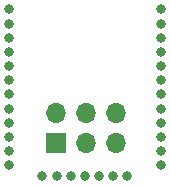
<source format=gbs>
%TF.GenerationSoftware,KiCad,Pcbnew,8.0.0*%
%TF.CreationDate,2024-03-20T21:34:19+01:00*%
%TF.ProjectId,BAT_SWD-Adapterboard,4241545f-5357-4442-9d41-646170746572,rev?*%
%TF.SameCoordinates,Original*%
%TF.FileFunction,Soldermask,Bot*%
%TF.FilePolarity,Negative*%
%FSLAX46Y46*%
G04 Gerber Fmt 4.6, Leading zero omitted, Abs format (unit mm)*
G04 Created by KiCad (PCBNEW 8.0.0) date 2024-03-20 21:34:19*
%MOMM*%
%LPD*%
G01*
G04 APERTURE LIST*
%ADD10R,1.700000X1.700000*%
%ADD11O,1.700000X1.700000*%
%ADD12C,0.800000*%
G04 APERTURE END LIST*
D10*
%TO.C,J1*%
X172275000Y-81875000D03*
D11*
X172275000Y-79335000D03*
X174815000Y-81875000D03*
X174815000Y-79335000D03*
X177355000Y-81875000D03*
X177355000Y-79335000D03*
%TD*%
D12*
%TO.C,J3*%
X181200000Y-70570200D03*
X181200000Y-71770200D03*
X181200000Y-72970200D03*
X181200000Y-74170200D03*
X181200000Y-75370200D03*
X181200000Y-76570200D03*
X181200000Y-77770200D03*
X181200000Y-78970200D03*
X181200000Y-80170200D03*
X181200000Y-81370200D03*
X181200000Y-82570200D03*
X181200000Y-83770200D03*
X178350000Y-84670200D03*
X177150000Y-84670200D03*
X175950000Y-84670200D03*
X174750000Y-84670200D03*
X173550000Y-84670200D03*
X172350000Y-84670200D03*
X171150000Y-84670200D03*
X168300000Y-83770200D03*
X168300000Y-82570200D03*
X168300000Y-81370200D03*
X168300000Y-80170200D03*
X168300000Y-78970200D03*
X168300000Y-77770200D03*
X168300000Y-76570200D03*
X168300000Y-75370200D03*
X168300000Y-74170200D03*
X168300000Y-72970200D03*
X168300000Y-71770200D03*
X168300000Y-70570200D03*
%TD*%
M02*

</source>
